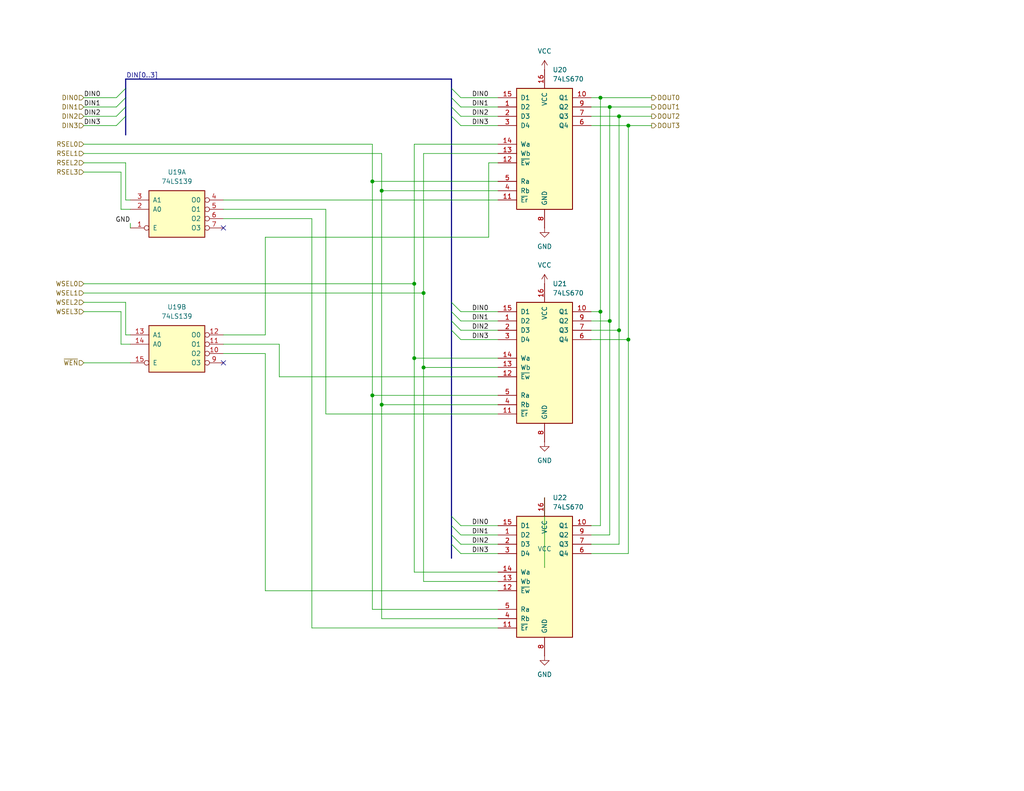
<source format=kicad_sch>
(kicad_sch (version 20231120) (generator "eeschema") (generator_version "8.0")
  (paper "USLetter")
  (title_block (title "TTL Calculator Display Driver") (date "2025-02-14") (rev "A"))
  (lib_symbols
    (symbol "74xx:74LS139" (pin_names (offset 1.016))
      (property "Reference" "U" (at -7.62 8.89 0))
      (property "Value" "74LS139" (at -7.62 -8.89 0))
      (symbol "74LS139_1_0"
        (pin input inverted (at -12.7 -5.08 0) (length 5.08) (name "E") (number "1"))
        (pin input line (at -12.7 0 0) (length 5.08) (name "A0") (number "2"))
        (pin input line (at -12.7 2.54 0) (length 5.08) (name "A1") (number "3"))
        (pin output inverted (at 12.7 2.54 180) (length 5.08) (name "O0") (number "4"))
        (pin output inverted (at 12.7 0 180) (length 5.08) (name "O1") (number "5"))
        (pin output inverted (at 12.7 -2.54 180) (length 5.08) (name "O2") (number "6"))
        (pin output inverted (at 12.7 -5.08 180) (length 5.08) (name "O3") (number "7"))
      )
      (symbol "74LS139_1_1"
        (rectangle (start -7.62 5.08) (end 7.62 -7.62) (stroke (width 0.254)) (fill (type background)))
      )
      (symbol "74LS139_2_0"
        (pin output inverted (at 12.7 -2.54 180) (length 5.08) (name "O2") (number "10"))
        (pin output inverted (at 12.7 0 180) (length 5.08) (name "O1") (number "11"))
        (pin output inverted (at 12.7 2.54 180) (length 5.08) (name "O0") (number "12"))
        (pin input line (at -12.7 2.54 0) (length 5.08) (name "A1") (number "13"))
        (pin input line (at -12.7 0 0) (length 5.08) (name "A0") (number "14"))
        (pin input inverted (at -12.7 -5.08 0) (length 5.08) (name "E") (number "15"))
        (pin output inverted (at 12.7 -5.08 180) (length 5.08) (name "O3") (number "9"))
      )
      (symbol "74LS139_2_1"
        (rectangle (start -7.62 5.08) (end 7.62 -7.62) (stroke (width 0.254)) (fill (type background)))
      )
      (symbol "74LS139_3_0"
        (pin power_in line (at 0 12.7 270) (length 5.08) (name "VCC") (number "16"))
        (pin power_in line (at 0 -12.7 90) (length 5.08) (name "GND") (number "8"))
      )
      (symbol "74LS139_3_1"
        (rectangle (start -5.08 7.62) (end 5.08 -7.62) (stroke (width 0.254)) (fill (type background)))
      )
    )
    (symbol "74xx:74LS670" (pin_names (offset 1.016))
      (property "Reference" "U" (at -7.62 16.51 0))
      (property "Value" "74LS670" (at -7.62 -19.05 0))
      (symbol "74LS670_1_0"
        (pin input line (at -12.7 10.16 0) (length 5.08) (name "D2") (number "1"))
        (pin tri_state line (at 12.7 12.7 180) (length 5.08) (name "Q1") (number "10"))
        (pin input line (at -12.7 -15.24 0) (length 5.08) (name "~{Er}") (number "11"))
        (pin input line (at -12.7 -5.08 0) (length 5.08) (name "~{Ew}") (number "12"))
        (pin input line (at -12.7 -2.54 0) (length 5.08) (name "Wb") (number "13"))
        (pin input line (at -12.7 0 0) (length 5.08) (name "Wa") (number "14"))
        (pin input line (at -12.7 12.7 0) (length 5.08) (name "D1") (number "15"))
        (pin power_in line (at 0 20.32 270) (length 5.08) (name "VCC") (number "16"))
        (pin input line (at -12.7 7.62 0) (length 5.08) (name "D3") (number "2"))
        (pin input line (at -12.7 5.08 0) (length 5.08) (name "D4") (number "3"))
        (pin input line (at -12.7 -12.7 0) (length 5.08) (name "Rb") (number "4"))
        (pin input line (at -12.7 -10.16 0) (length 5.08) (name "Ra") (number "5"))
        (pin tri_state line (at 12.7 5.08 180) (length 5.08) (name "Q4") (number "6"))
        (pin tri_state line (at 12.7 7.62 180) (length 5.08) (name "Q3") (number "7"))
        (pin power_in line (at 0 -22.86 90) (length 5.08) (name "GND") (number "8"))
        (pin tri_state line (at 12.7 10.16 180) (length 5.08) (name "Q2") (number "9"))
      )
      (symbol "74LS670_1_1"
        (rectangle (start -7.62 15.24) (end 7.62 -17.78) (stroke (width 0.254)) (fill (type background)))
      )
    )
    (symbol "power:GND" (power) (pin_numbers hide) (pin_names (offset 0) hide)
      (property "Value" "GND" (at 0 -3.81 0))
      (symbol "GND_0_1"
        (polyline (pts (xy 0 0) (xy 0 -1.27) (xy 1.27 -1.27) (xy 0 -2.54) (xy -1.27 -1.27) (xy 0 -1.27)))
      )
      (symbol "GND_1_1"
        (pin power_in line (at 0 0 270) (length 0) (name "~") (number "1"))
      )
    )
    (symbol "power:VCC" (power) (pin_numbers hide) (pin_names (offset 0) hide)
      (property "Value" "VCC" (at 0 3.556 0))
      (symbol "VCC_0_1"
        (polyline (pts (xy -0.762 1.27) (xy 0 2.54)))
        (polyline (pts (xy 0 0) (xy 0 2.54)))
        (polyline (pts (xy 0 2.54) (xy 0.762 1.27)))
      )
      (symbol "VCC_1_1"
        (pin power_in line (at 0 0 90) (length 0) (name "~") (number "1"))
      )
    )
  )
  (junction (at 166.37 87.63))
  (junction (at 168.91 31.75))
  (junction (at 115.57 100.33))
  (junction (at 104.14 52.07))
  (junction (at 101.6 107.95))
  (junction (at 113.03 97.79))
  (junction (at 101.6 49.53))
  (junction (at 163.83 26.67))
  (junction (at 171.45 92.71))
  (junction (at 104.14 110.49))
  (junction (at 115.57 80.01))
  (junction (at 166.37 29.21))
  (junction (at 163.83 85.09))
  (junction (at 113.03 77.47))
  (junction (at 168.91 90.17))
  (junction (at 171.45 34.29))
  (no_connect (at 60.96 62.23))
  (no_connect (at 60.96 99.06))
  (bus_entry (at 34.29 24.13) (size -2.54 2.54))
  (bus_entry (at 34.29 31.75) (size -2.54 2.54))
  (bus_entry (at 123.19 143.51) (size 2.54 2.54))
  (bus_entry (at 123.19 87.63) (size 2.54 2.54))
  (bus_entry (at 34.29 29.21) (size -2.54 2.54))
  (bus_entry (at 123.19 85.09) (size 2.54 2.54))
  (bus_entry (at 123.19 31.75) (size 2.54 2.54))
  (bus_entry (at 123.19 26.67) (size 2.54 2.54))
  (bus_entry (at 123.19 90.17) (size 2.54 2.54))
  (bus_entry (at 123.19 29.21) (size 2.54 2.54))
  (bus_entry (at 123.19 146.05) (size 2.54 2.54))
  (bus_entry (at 123.19 82.55) (size 2.54 2.54))
  (bus_entry (at 123.19 148.59) (size 2.54 2.54))
  (bus_entry (at 123.19 140.97) (size 2.54 2.54))
  (bus_entry (at 34.29 26.67) (size -2.54 2.54))
  (bus_entry (at 123.19 24.13) (size 2.54 2.54))
  (wire (pts (xy 125.73 87.63) (xy 135.89 87.63)))
  (wire (pts (xy 115.57 100.33) (xy 115.57 158.75)))
  (wire (pts (xy 101.6 49.53) (xy 101.6 107.95)))
  (wire (pts (xy 166.37 146.05) (xy 166.37 87.63)))
  (wire (pts (xy 161.29 148.59) (xy 168.91 148.59)))
  (wire (pts (xy 104.14 52.07) (xy 135.89 52.07)))
  (bus (pts (xy 34.29 26.67) (xy 34.29 24.13)))
  (wire (pts (xy 135.89 100.33) (xy 115.57 100.33)))
  (wire (pts (xy 113.03 97.79) (xy 113.03 156.21)))
  (bus (pts (xy 123.19 21.59) (xy 123.19 24.13)))
  (wire (pts (xy 72.39 91.44) (xy 60.96 91.44)))
  (wire (pts (xy 104.14 52.07) (xy 104.14 110.49)))
  (wire (pts (xy 163.83 143.51) (xy 163.83 85.09)))
  (wire (pts (xy 33.02 57.15) (xy 33.02 46.99)))
  (wire (pts (xy 171.45 34.29) (xy 177.8 34.29)))
  (wire (pts (xy 22.86 39.37) (xy 101.6 39.37)))
  (wire (pts (xy 85.09 59.69) (xy 60.96 59.69)))
  (wire (pts (xy 135.89 156.21) (xy 113.03 156.21)))
  (wire (pts (xy 22.86 26.67) (xy 31.75 26.67)))
  (wire (pts (xy 125.73 85.09) (xy 135.89 85.09)))
  (wire (pts (xy 33.02 57.15) (xy 35.56 57.15)))
  (wire (pts (xy 161.29 143.51) (xy 163.83 143.51)))
  (wire (pts (xy 135.89 171.45) (xy 85.09 171.45)))
  (bus (pts (xy 34.29 29.21) (xy 34.29 26.67)))
  (wire (pts (xy 22.86 99.06) (xy 35.56 99.06)))
  (bus (pts (xy 123.19 140.97) (xy 123.19 143.51)))
  (wire (pts (xy 22.86 77.47) (xy 113.03 77.47)))
  (wire (pts (xy 60.96 96.52) (xy 72.39 96.52)))
  (wire (pts (xy 72.39 161.29) (xy 135.89 161.29)))
  (wire (pts (xy 125.73 92.71) (xy 135.89 92.71)))
  (wire (pts (xy 76.2 93.98) (xy 76.2 102.87)))
  (wire (pts (xy 104.14 110.49) (xy 104.14 168.91)))
  (wire (pts (xy 133.35 44.45) (xy 135.89 44.45)))
  (wire (pts (xy 113.03 97.79) (xy 113.03 77.47)))
  (bus (pts (xy 34.29 24.13) (xy 34.29 21.59)))
  (wire (pts (xy 72.39 96.52) (xy 72.39 161.29)))
  (wire (pts (xy 161.29 92.71) (xy 171.45 92.71)))
  (wire (pts (xy 115.57 80.01) (xy 115.57 41.91)))
  (bus (pts (xy 123.19 85.09) (xy 123.19 87.63)))
  (wire (pts (xy 161.29 146.05) (xy 166.37 146.05)))
  (wire (pts (xy 72.39 64.77) (xy 72.39 91.44)))
  (wire (pts (xy 22.86 29.21) (xy 31.75 29.21)))
  (bus (pts (xy 123.19 82.55) (xy 123.19 85.09)))
  (wire (pts (xy 101.6 107.95) (xy 101.6 166.37)))
  (wire (pts (xy 168.91 31.75) (xy 177.8 31.75)))
  (bus (pts (xy 123.19 31.75) (xy 123.19 82.55)))
  (wire (pts (xy 163.83 26.67) (xy 177.8 26.67)))
  (wire (pts (xy 168.91 148.59) (xy 168.91 90.17)))
  (bus (pts (xy 34.29 21.59) (xy 123.19 21.59)))
  (bus (pts (xy 123.19 146.05) (xy 123.19 148.59)))
  (wire (pts (xy 101.6 39.37) (xy 101.6 49.53)))
  (wire (pts (xy 22.86 80.01) (xy 115.57 80.01)))
  (wire (pts (xy 101.6 49.53) (xy 135.89 49.53)))
  (wire (pts (xy 171.45 92.71) (xy 171.45 151.13)))
  (bus (pts (xy 123.19 148.59) (xy 123.19 152.4)))
  (wire (pts (xy 88.9 57.15) (xy 60.96 57.15)))
  (bus (pts (xy 123.19 143.51) (xy 123.19 146.05)))
  (wire (pts (xy 115.57 41.91) (xy 135.89 41.91)))
  (wire (pts (xy 125.73 90.17) (xy 135.89 90.17)))
  (wire (pts (xy 148.59 135.89) (xy 148.59 154.94)))
  (wire (pts (xy 34.29 91.44) (xy 34.29 82.55)))
  (wire (pts (xy 161.29 85.09) (xy 163.83 85.09)))
  (wire (pts (xy 168.91 90.17) (xy 168.91 31.75)))
  (wire (pts (xy 125.73 146.05) (xy 135.89 146.05)))
  (wire (pts (xy 34.29 54.61) (xy 34.29 44.45)))
  (wire (pts (xy 135.89 97.79) (xy 113.03 97.79)))
  (wire (pts (xy 161.29 34.29) (xy 171.45 34.29)))
  (wire (pts (xy 161.29 26.67) (xy 163.83 26.67)))
  (wire (pts (xy 113.03 77.47) (xy 113.03 39.37)))
  (wire (pts (xy 35.56 62.23) (xy 35.56 60.96)))
  (wire (pts (xy 113.03 39.37) (xy 135.89 39.37)))
  (wire (pts (xy 135.89 158.75) (xy 115.57 158.75)))
  (wire (pts (xy 33.02 85.09) (xy 22.86 85.09)))
  (wire (pts (xy 34.29 82.55) (xy 22.86 82.55)))
  (wire (pts (xy 125.73 151.13) (xy 135.89 151.13)))
  (wire (pts (xy 125.73 29.21) (xy 135.89 29.21)))
  (wire (pts (xy 163.83 85.09) (xy 163.83 26.67)))
  (wire (pts (xy 76.2 102.87) (xy 135.89 102.87)))
  (wire (pts (xy 161.29 31.75) (xy 168.91 31.75)))
  (bus (pts (xy 123.19 90.17) (xy 123.19 140.97)))
  (wire (pts (xy 125.73 148.59) (xy 135.89 148.59)))
  (wire (pts (xy 88.9 113.03) (xy 88.9 57.15)))
  (wire (pts (xy 33.02 46.99) (xy 22.86 46.99)))
  (wire (pts (xy 125.73 26.67) (xy 135.89 26.67)))
  (wire (pts (xy 125.73 31.75) (xy 135.89 31.75)))
  (bus (pts (xy 123.19 26.67) (xy 123.19 29.21)))
  (wire (pts (xy 35.56 91.44) (xy 34.29 91.44)))
  (wire (pts (xy 135.89 107.95) (xy 101.6 107.95)))
  (wire (pts (xy 22.86 34.29) (xy 31.75 34.29)))
  (bus (pts (xy 123.19 87.63) (xy 123.19 90.17)))
  (bus (pts (xy 123.19 24.13) (xy 123.19 26.67)))
  (wire (pts (xy 135.89 166.37) (xy 101.6 166.37)))
  (wire (pts (xy 22.86 41.91) (xy 104.14 41.91)))
  (wire (pts (xy 135.89 168.91) (xy 104.14 168.91)))
  (wire (pts (xy 135.89 113.03) (xy 88.9 113.03)))
  (wire (pts (xy 85.09 171.45) (xy 85.09 59.69)))
  (wire (pts (xy 34.29 54.61) (xy 35.56 54.61)))
  (wire (pts (xy 161.29 90.17) (xy 168.91 90.17)))
  (bus (pts (xy 123.19 29.21) (xy 123.19 31.75)))
  (wire (pts (xy 60.96 54.61) (xy 135.89 54.61)))
  (wire (pts (xy 33.02 93.98) (xy 33.02 85.09)))
  (bus (pts (xy 34.29 36.83) (xy 34.29 31.75)))
  (wire (pts (xy 115.57 100.33) (xy 115.57 80.01)))
  (wire (pts (xy 171.45 34.29) (xy 171.45 92.71)))
  (wire (pts (xy 104.14 41.91) (xy 104.14 52.07)))
  (wire (pts (xy 161.29 87.63) (xy 166.37 87.63)))
  (wire (pts (xy 22.86 31.75) (xy 31.75 31.75)))
  (bus (pts (xy 34.29 31.75) (xy 34.29 29.21)))
  (wire (pts (xy 135.89 110.49) (xy 104.14 110.49)))
  (wire (pts (xy 133.35 64.77) (xy 133.35 44.45)))
  (wire (pts (xy 161.29 29.21) (xy 166.37 29.21)))
  (wire (pts (xy 125.73 34.29) (xy 135.89 34.29)))
  (wire (pts (xy 125.73 143.51) (xy 135.89 143.51)))
  (wire (pts (xy 34.29 44.45) (xy 22.86 44.45)))
  (wire (pts (xy 166.37 87.63) (xy 166.37 29.21)))
  (wire (pts (xy 161.29 151.13) (xy 171.45 151.13)))
  (wire (pts (xy 72.39 64.77) (xy 133.35 64.77)))
  (wire (pts (xy 60.96 93.98) (xy 76.2 93.98)))
  (wire (pts (xy 35.56 93.98) (xy 33.02 93.98)))
  (wire (pts (xy 166.37 29.21) (xy 177.8 29.21)))
  (label "DIN3" (at 133.35 151.13 180))
  (label "DIN0" (at 22.86 26.67 0))
  (label "DIN3" (at 133.35 34.29 180))
  (label "DIN2" (at 22.86 31.75 0))
  (label "GND" (at 35.56 60.96 180))
  (label "DIN0" (at 133.35 26.67 180))
  (label "DIN1" (at 22.86 29.21 0))
  (label "DIN0" (at 133.35 85.09 180))
  (label "DIN1" (at 133.35 87.63 180))
  (label "DIN1" (at 133.35 29.21 180))
  (label "DIN3" (at 22.86 34.29 0))
  (label "DIN[0..3]" (at 43.18 21.59 180))
  (label "DIN2" (at 133.35 148.59 180))
  (label "DIN0" (at 133.35 143.51 180))
  (label "DIN2" (at 133.35 31.75 180))
  (label "DIN1" (at 133.35 146.05 180))
  (label "DIN2" (at 133.35 90.17 180))
  (label "DIN3" (at 133.35 92.71 180))
  (hierarchical_label "WSEL1" (shape input) (at 22.86 80.01 180))
  (hierarchical_label "WSEL0" (shape input) (at 22.86 77.47 180))
  (hierarchical_label "WSEL3" (shape input) (at 22.86 85.09 180))
  (hierarchical_label "RSEL1" (shape input) (at 22.86 41.91 180))
  (hierarchical_label "DOUT3" (shape output) (at 177.8 34.29 0))
  (hierarchical_label "DIN1" (shape input) (at 22.86 29.21 180))
  (hierarchical_label "DOUT1" (shape output) (at 177.8 29.21 0))
  (hierarchical_label "RSEL0" (shape input) (at 22.86 39.37 180))
  (hierarchical_label "DOUT2" (shape output) (at 177.8 31.75 0))
  (hierarchical_label "WSEL2" (shape input) (at 22.86 82.55 180))
  (hierarchical_label "DIN0" (shape input) (at 22.86 26.67 180))
  (hierarchical_label "DIN2" (shape input) (at 22.86 31.75 180))
  (hierarchical_label "~{WEN}" (shape input) (at 22.86 99.06 180))
  (hierarchical_label "RSEL3" (shape input) (at 22.86 46.99 180))
  (hierarchical_label "DOUT0" (shape output) (at 177.8 26.67 0))
  (hierarchical_label "DIN3" (shape input) (at 22.86 34.29 180))
  (hierarchical_label "RSEL2" (shape input) (at 22.86 44.45 180))
  (symbol (lib_id "power:GND") (at 148.59 120.65 0) (unit 1)
    (property "Reference" "#PWR083" (effects (hide yes)))
    (property "Value" "GND" (at 148.59 125.73 0))
    (property "Description" "Power symbol creates a global label with name \"GND\" , ground" (effects (hide yes)))
  )
  (symbol (lib_id "power:GND") (at 148.59 179.07 0) (unit 1)
    (property "Reference" "#PWR085" (effects (hide yes)))
    (property "Value" "GND" (at 148.59 184.15 0))
    (property "Description" "Power symbol creates a global label with name \"GND\" , ground" (effects (hide yes)))
  )
  (symbol (lib_id "74xx:74LS670") (at 148.59 39.37 0) (unit 1)
    (property "Reference" "U20" (at 150.7841 19.05 0) (effects (justify left)))
    (property "Value" "74LS670" (at 150.7841 21.59 0) (effects (justify left)))
    (property "Footprint" "Package_DIP:DIP-16_W7.62mm" (effects (hide yes)))
    (property "Datasheet" "http://www.ti.com/lit/gpn/sn74LS670" (effects (hide yes)))
    (property "Description" "4 x 4 Register Files 3-State Outputs" (effects (hide yes)))
  )
  (symbol (lib_id "power:VCC") (at 148.59 77.47 0) (unit 1)
    (property "Reference" "#PWR082" (effects (hide yes)))
    (property "Value" "VCC" (at 148.59 72.39 0))
    (property "Description" "Power symbol creates a global label with name \"VCC\"" (effects (hide yes)))
  )
  (symbol (lib_id "power:VCC") (at 148.59 19.05 0) (unit 1)
    (property "Reference" "#PWR080" (effects (hide yes)))
    (property "Value" "VCC" (at 148.59 13.97 0))
    (property "Description" "Power symbol creates a global label with name \"VCC\"" (effects (hide yes)))
  )
  (symbol (lib_id "74xx:74LS139") (at 48.26 57.15 0) (unit 1)
    (property "Reference" "U19" (at 48.26 46.99 0))
    (property "Value" "74LS139" (at 48.26 49.53 0))
    (property "Footprint" "Package_DIP:DIP-16_W7.62mm" (effects (hide yes)))
    (property "Datasheet" "http://www.ti.com/lit/ds/symlink/sn74ls139a.pdf" (effects (hide yes)))
    (property "Description" "Dual Decoder 1 of 4, Active low outputs" (effects (hide yes)))
  )
  (symbol (lib_id "74xx:74LS670") (at 148.59 156.21 0) (unit 1)
    (property "Reference" "U22" (at 150.7841 135.89 0) (effects (justify left)))
    (property "Value" "74LS670" (at 150.7841 138.43 0) (effects (justify left)))
    (property "Footprint" "Package_DIP:DIP-16_W7.62mm" (effects (hide yes)))
    (property "Datasheet" "http://www.ti.com/lit/gpn/sn74LS670" (effects (hide yes)))
    (property "Description" "4 x 4 Register Files 3-State Outputs" (effects (hide yes)))
  )
  (symbol (lib_id "74xx:74LS670") (at 148.59 97.79 0) (unit 1)
    (property "Reference" "U21" (at 150.7841 77.47 0) (effects (justify left)))
    (property "Value" "74LS670" (at 150.7841 80.01 0) (effects (justify left)))
    (property "Footprint" "Package_DIP:DIP-16_W7.62mm" (effects (hide yes)))
    (property "Datasheet" "http://www.ti.com/lit/gpn/sn74LS670" (effects (hide yes)))
    (property "Description" "4 x 4 Register Files 3-State Outputs" (effects (hide yes)))
  )
  (symbol (lib_id "power:GND") (at 148.59 62.23 0) (unit 1)
    (property "Reference" "#PWR081" (effects (hide yes)))
    (property "Value" "GND" (at 148.59 67.31 0))
    (property "Description" "Power symbol creates a global label with name \"GND\" , ground" (effects (hide yes)))
  )
  (symbol (lib_id "power:VCC") (at 148.59 154.94 0) (unit 1)
    (property "Reference" "#PWR084" (effects (hide yes)))
    (property "Value" "VCC" (at 148.59 149.86 0))
    (property "Description" "Power symbol creates a global label with name \"VCC\"" (effects (hide yes)))
  )
  (symbol (lib_id "74xx:74LS139") (at 48.26 93.98 0) (unit 2)
    (property "Reference" "U19" (at 48.26 83.82 0))
    (property "Value" "74LS139" (at 48.26 86.36 0))
    (property "Footprint" "Package_DIP:DIP-16_W7.62mm" (effects (hide yes)))
    (property "Datasheet" "http://www.ti.com/lit/ds/symlink/sn74ls139a.pdf" (effects (hide yes)))
    (property "Description" "Dual Decoder 1 of 4, Active low outputs" (effects (hide yes)))
  )
)
</source>
